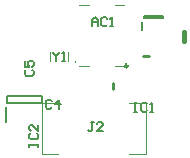
<source format=gto>
G04*
G04 #@! TF.GenerationSoftware,Altium Limited,Altium Designer,20.0.13 (296)*
G04*
G04 Layer_Color=65535*
%FSLAX25Y25*%
%MOIN*%
G70*
G01*
G75*
%ADD10C,0.00984*%
%ADD11C,0.00394*%
%ADD12C,0.00787*%
%ADD13C,0.01575*%
%ADD14C,0.01000*%
%ADD15C,0.00600*%
D10*
X42402Y37216D02*
G03*
X42402Y37216I-492J0D01*
G01*
D11*
X25028Y38839D02*
G03*
X25028Y38445I0J-197D01*
G01*
D02*
G03*
X25028Y38839I0J197D01*
G01*
X22453Y38925D02*
Y42075D01*
X16547Y38925D02*
Y42075D01*
X13677Y8035D02*
X19189D01*
X13677D02*
Y24965D01*
X19189D01*
X42811Y8035D02*
X48323D01*
Y24965D01*
X42811D02*
X48323D01*
X38020Y37264D02*
X41169D01*
X38020Y57736D02*
X41169D01*
X26209D02*
X29358D01*
X26209Y37264D02*
X29358D01*
D12*
X47850Y53185D02*
Y53815D01*
X54150D01*
Y53185D02*
Y53815D01*
X47850Y53185D02*
X54150D01*
X47102Y51807D02*
X47102Y49268D01*
X1701Y18717D02*
Y23441D01*
X2244Y24819D02*
X13756D01*
Y27181D01*
X2244D02*
X13756D01*
X2244Y24819D02*
Y27181D01*
D13*
X60996Y45425D02*
Y48575D01*
D14*
X37501Y29500D02*
Y31500D01*
X47500Y40499D02*
X49500D01*
D15*
X9500Y10251D02*
Y11251D01*
Y10751D01*
X12500D01*
Y10251D01*
Y11251D01*
X10000Y14750D02*
X9500Y14250D01*
Y13250D01*
X10000Y12750D01*
X12000D01*
X12500Y13250D01*
Y14250D01*
X12000Y14750D01*
X12500Y17749D02*
Y15749D01*
X10500Y17749D01*
X10000D01*
X9500Y17249D01*
Y16249D01*
X10000Y15749D01*
X17501Y42000D02*
Y41500D01*
X18500Y40500D01*
X19500Y41500D01*
Y42000D01*
X18500Y40500D02*
Y39000D01*
X20500D02*
X21499D01*
X21000D01*
Y42000D01*
X20500Y41500D01*
X31000Y18499D02*
X30000D01*
X30500D01*
Y16000D01*
X30000Y15500D01*
X29501D01*
X29001Y16000D01*
X33999Y15500D02*
X32000D01*
X33999Y17500D01*
Y18000D01*
X33499Y18499D01*
X32500D01*
X32000Y18000D01*
X44334Y24999D02*
X45333D01*
X44834D01*
Y22001D01*
X44334D01*
X45333D01*
X48832Y24500D02*
X48332Y24999D01*
X47333D01*
X46833Y24500D01*
Y22500D01*
X47333Y22001D01*
X48332D01*
X48832Y22500D01*
X49832Y22001D02*
X50832D01*
X50332D01*
Y24999D01*
X49832Y24500D01*
X17000Y25500D02*
X16500Y26000D01*
X15501D01*
X15001Y25500D01*
Y23500D01*
X15501Y23000D01*
X16500D01*
X17000Y23500D01*
X19499Y23000D02*
Y26000D01*
X18000Y24500D01*
X19999D01*
X8500Y36000D02*
X8000Y35500D01*
Y34501D01*
X8500Y34001D01*
X10500D01*
X11000Y34501D01*
Y35500D01*
X10500Y36000D01*
X8000Y38999D02*
Y37000D01*
X9500D01*
X9000Y37999D01*
Y38499D01*
X9500Y38999D01*
X10500D01*
X11000Y38499D01*
Y37500D01*
X10500Y37000D01*
X30501Y50501D02*
Y52500D01*
X31501Y53500D01*
X32500Y52500D01*
Y50501D01*
Y52000D01*
X30501D01*
X35500Y53000D02*
X35000Y53500D01*
X34000D01*
X33500Y53000D01*
Y51000D01*
X34000Y50501D01*
X35000D01*
X35500Y51000D01*
X36499Y50501D02*
X37499D01*
X36999D01*
Y53500D01*
X36499Y53000D01*
M02*

</source>
